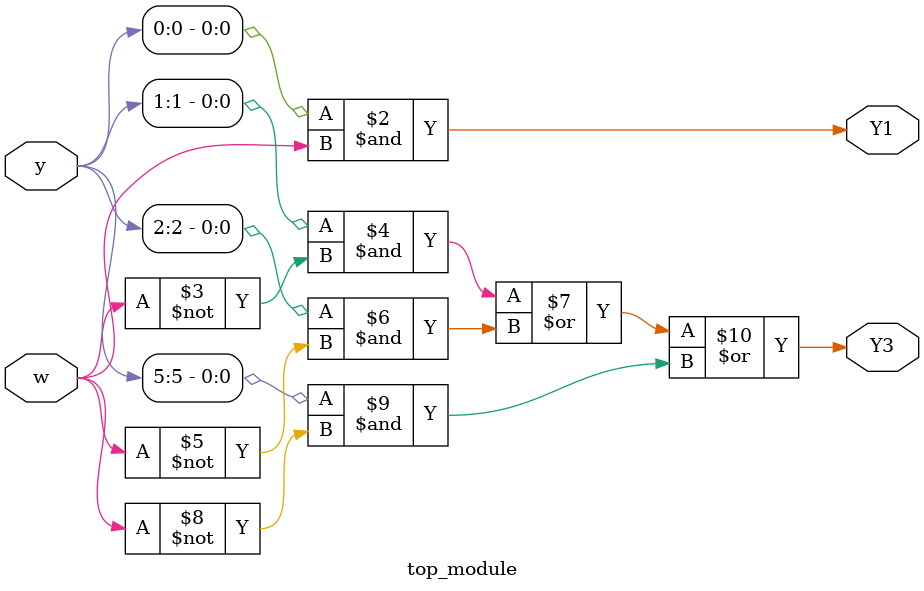
<source format=sv>
module top_module (
	input [5:0] y,
	input w,
	output reg Y1,
	output reg Y3
);

	always @(*) begin
		// Y1 is the input to state flip-flop y[1] (state B)
		// Transitions to state B:  y[0] --1--> y[1] (A to B)
		Y1 = y[0] & w;

		// Y3 is the input to state flip-flop y[3] (state D)
		// Transitions to state D:  y[1] --0--> y[3] (B to D)
		//                         y[2] --0--> y[3] (C to D)
		//                         y[5] --0--> y[3] (F to D)
		Y3 = (y[1] & ~w) | (y[2] & ~w) | (y[5] & ~w);
	end

endmodule

</source>
